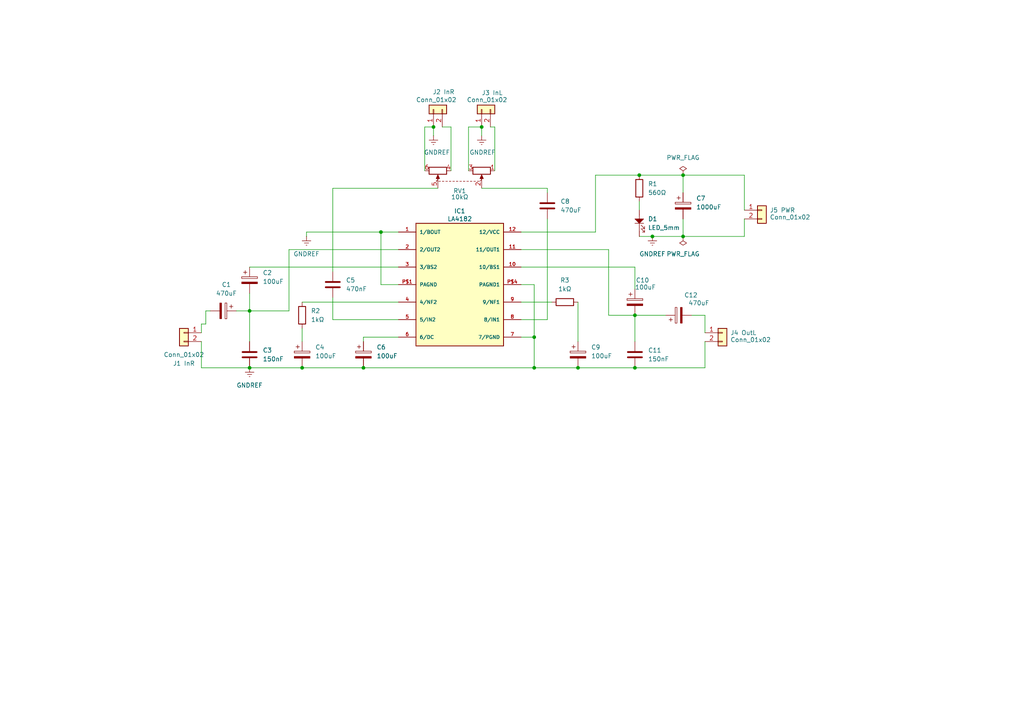
<source format=kicad_sch>
(kicad_sch (version 20250114) (generator "eeschema") (generator_version "9.0")
  (paper "A4")
  (lib_symbols
    (symbol "Connector_Generic:Conn_01x02" (pin_names (offset 1.016) (hide yes))
      (property "Reference" "J" (at 0 2.54 0))
      (property "Value" "Conn_01x02" (at 0 -5.08 0))
      (symbol "Conn_01x02_1_1"
        (rectangle (start -1.27 1.27) (end 1.27 -3.81) (stroke (width 0.254)) (fill (type background)))
        (rectangle (start -1.27 0.127) (end 0 -0.127) (stroke (width 0.1524)))
        (rectangle (start -1.27 -2.413) (end 0 -2.667) (stroke (width 0.1524)))
        (pin passive line (at -5.08 0 0) (length 3.81) (name "Pin_1") (number "1"))
        (pin passive line (at -5.08 -2.54 0) (length 3.81) (name "Pin_2") (number "2"))
      )
    )
    (symbol "Device:C" (pin_numbers (hide yes)) (pin_names (offset 0.254))
      (property "Reference" "C" (at 0.635 2.54 0))
      (property "Value" "C" (at 0.635 -2.54 0))
      (symbol "C_0_1"
        (polyline (pts (xy -2.032 0.762) (xy 2.032 0.762)) (stroke (width 0.508)))
        (polyline (pts (xy -2.032 -0.762) (xy 2.032 -0.762)) (stroke (width 0.508)))
      )
      (symbol "C_1_1"
        (pin passive line (at 0 3.81 270) (length 2.794) (name "~") (number "1"))
        (pin passive line (at 0 -3.81 90) (length 2.794) (name "~") (number "2"))
      )
    )
    (symbol "Device:C_Polarized" (pin_numbers (hide yes)) (pin_names (offset 0.254))
      (property "Reference" "C" (at 0.635 2.54 0))
      (property "Value" "C_Polarized" (at 0.635 -2.54 0))
      (symbol "C_Polarized_0_1"
        (rectangle (start -2.286 0.508) (end 2.286 1.016))
        (polyline (pts (xy -1.778 2.286) (xy -0.762 2.286)))
        (polyline (pts (xy -1.27 2.794) (xy -1.27 1.778)))
        (rectangle (start 2.286 -0.508) (end -2.286 -1.016) (fill (type outline)))
      )
      (symbol "C_Polarized_1_1"
        (pin passive line (at 0 3.81 270) (length 2.794) (name "~") (number "1"))
        (pin passive line (at 0 -3.81 90) (length 2.794) (name "~") (number "2"))
      )
    )
    (symbol "Device:R" (pin_numbers (hide yes)) (pin_names (offset 0))
      (property "Reference" "R" (at 2.032 0 90))
      (property "Value" "R" (at 0 0 90))
      (symbol "R_0_1"
        (rectangle (start -1.016 -2.54) (end 1.016 2.54) (stroke (width 0.254)))
      )
      (symbol "R_1_1"
        (pin passive line (at 0 3.81 270) (length 1.27) (name "~") (number "1"))
        (pin passive line (at 0 -3.81 90) (length 1.27) (name "~") (number "2"))
      )
    )
    (symbol "Device:R_Potentiometer_Dual" (pin_names (offset 1.016) (hide yes))
      (property "Reference" "RV" (at 0 3.81 0))
      (property "Value" "R_Potentiometer_Dual" (at 0 1.905 0))
      (symbol "R_Potentiometer_Dual_0_1"
        (rectangle (start -8.89 -1.524) (end -3.81 -3.556) (stroke (width 0.254)))
        (polyline (pts (xy -6.35 0) (xy -6.35 -1.016)))
        (polyline (pts (xy -6.35 0) (xy -6.35 -1.016)))
        (polyline (pts (xy -6.35 0) (xy -5.842 0.508)))
        (polyline (pts (xy -6.35 -1.397) (xy -6.858 -0.254) (xy -5.842 -0.254) (xy -6.35 -1.397)) (fill (type outline)))
        (polyline (pts (xy -5.588 0.508) (xy -5.08 0.508)))
        (polyline (pts (xy -4.572 0.508) (xy -4.064 0.508)))
        (polyline (pts (xy -3.556 0.508) (xy -3.048 0.508)))
        (polyline (pts (xy -2.54 0.508) (xy -2.032 0.508)))
        (polyline (pts (xy -1.524 0.508) (xy -1.016 0.508)))
        (polyline (pts (xy -0.508 0.508) (xy 0 0.508)))
        (polyline (pts (xy 0.508 0.508) (xy 1.016 0.508)))
        (polyline (pts (xy 1.524 0.508) (xy 2.032 0.508)))
        (polyline (pts (xy 2.54 0.508) (xy 3.048 0.508)))
        (polyline (pts (xy 3.556 0.508) (xy 4.064 0.508)))
        (rectangle (start 3.81 -1.524) (end 8.89 -3.556) (stroke (width 0.254)))
        (polyline (pts (xy 4.572 0.508) (xy 5.08 0.508)))
        (polyline (pts (xy 5.588 0.508) (xy 6.096 0.508)))
        (polyline (pts (xy 6.35 0) (xy 6.35 -1.016)))
        (polyline (pts (xy 6.35 0) (xy 6.35 -1.016)))
        (polyline (pts (xy 6.35 -1.397) (xy 5.842 -0.254) (xy 6.858 -0.254) (xy 6.35 -1.397)) (fill (type outline)))
        (polyline (pts (xy 6.604 0.508) (xy 6.858 0.508) (xy 6.35 0)))
      )
      (symbol "R_Potentiometer_Dual_1_1"
        (pin passive line (at -10.16 -2.54 0) (length 1.27) (name "1") (number "1"))
        (pin passive line (at -6.35 2.54 270) (length 2.54) (name "2") (number "2"))
        (pin passive line (at -2.54 -2.54 180) (length 1.27) (name "3") (number "3"))
        (pin passive line (at 2.54 -2.54 0) (length 1.27) (name "4") (number "4"))
        (pin passive line (at 6.35 2.54 270) (length 2.54) (name "5") (number "5"))
        (pin passive line (at 10.16 -2.54 180) (length 1.27) (name "6") (number "6"))
      )
    )
    (symbol "LA4182:LA4182" (pin_names (offset 1.016))
      (property "Reference" "IC" (at -5.0851 -25.4256 0))
      (property "Value" "LA4182" (at -5.0895 22.9028 0))
      (symbol "LA4182_0_0"
        (rectangle (start -17.78 -12.7) (end 17.78 12.7) (stroke (width 0.254)) (fill (type background)))
        (pin power_in line (at -15.24 17.78 270) (length 5.08) (name "7/PGND") (number "7"))
        (pin bidirectional line (at -15.24 -17.78 90) (length 5.08) (name "6/DC") (number "6"))
        (pin input line (at -10.16 17.78 270) (length 5.08) (name "8/IN1") (number "8"))
        (pin input line (at -10.16 -17.78 90) (length 5.08) (name "5/IN2") (number "5"))
        (pin bidirectional line (at -5.08 17.78 270) (length 5.08) (name "9/NF1") (number "9"))
        (pin bidirectional line (at -5.08 -17.78 90) (length 5.08) (name "4/NF2") (number "4"))
        (pin power_in line (at 0 17.78 270) (length 5.08) (name "PAGND1") (number "P$4"))
        (pin power_in line (at 0 -17.78 90) (length 5.08) (name "PAGND") (number "P$1"))
        (pin bidirectional line (at 5.08 17.78 270) (length 5.08) (name "10/BS1") (number "10"))
        (pin bidirectional line (at 5.08 -17.78 90) (length 5.08) (name "3/BS2") (number "3"))
        (pin output line (at 10.16 17.78 270) (length 5.08) (name "11/OUT1") (number "11"))
        (pin output line (at 10.16 -17.78 90) (length 5.08) (name "2/OUT2") (number "2"))
        (pin power_in line (at 15.24 17.78 270) (length 5.08) (name "12/VCC") (number "12"))
        (pin bidirectional line (at 15.24 -17.78 90) (length 5.08) (name "1/BOUT") (number "1"))
      )
    )
    (symbol "PCM_SL_Devices:LED_5mm"
      (property "Reference" "D" (at -0.508 5.334 0))
      (property "Value" "LED_5mm" (at -0.508 2.794 0))
      (symbol "LED_5mm_0_1"
        (polyline (pts (xy -1.27 0) (xy -2.54 0)))
        (polyline (pts (xy 0 1.27) (xy 0 -1.27)))
        (polyline (pts (xy 0 0) (xy -1.27 -1.27) (xy -1.27 1.27) (xy 0 0) (xy 1.27 0)) (fill (type outline)))
        (polyline (pts (xy 0.508 0.508) (xy 1.524 1.524)))
        (polyline (pts (xy 1.27 0) (xy 2.54 0)))
        (polyline (pts (xy 1.524 1.524) (xy 0.889 1.524)))
        (polyline (pts (xy 1.524 1.524) (xy 1.524 0.889)))
        (polyline (pts (xy 1.524 0.508) (xy 2.54 1.524)))
        (polyline (pts (xy 2.54 1.524) (xy 1.905 1.524)))
        (polyline (pts (xy 2.54 1.524) (xy 2.54 0.889)))
      )
      (symbol "LED_5mm_1_1"
        (pin passive line (at -3.81 0 0) (length 1.5) (name "") (number "2"))
        (pin passive line (at 3.81 0 180) (length 1.5) (name "~") (number "1"))
      )
    )
    (symbol "power:GNDREF" (power) (pin_numbers (hide yes)) (pin_names (offset 0) (hide yes))
      (property "Value" "GNDREF" (at 0 -3.81 0))
      (symbol "GNDREF_0_1"
        (polyline (pts (xy -0.635 -1.905) (xy 0.635 -1.905)))
        (polyline (pts (xy -0.127 -2.54) (xy 0.127 -2.54)))
        (polyline (pts (xy 0 -1.27) (xy 0 0)))
        (polyline (pts (xy 1.27 -1.27) (xy -1.27 -1.27)))
      )
      (symbol "GNDREF_1_1"
        (pin power_in line (at 0 0 270) (length 0) (name "~") (number "1"))
      )
    )
    (symbol "power:PWR_FLAG" (power) (pin_numbers (hide yes)) (pin_names (offset 0) (hide yes))
      (property "Value" "PWR_FLAG" (at 0 3.81 0))
      (symbol "PWR_FLAG_0_0"
        (pin power_out line (at 0 0 90) (length 0) (name "~") (number "1"))
      )
      (symbol "PWR_FLAG_0_1"
        (polyline (pts (xy 0 0) (xy 0 1.27) (xy -1.016 1.905) (xy 0 2.54) (xy 1.016 1.905) (xy 0 1.27)))
      )
    )
  )
  (junction (at 139.7 36.83))
  (junction (at 72.39 90.17))
  (junction (at 189.23 68.58))
  (junction (at 110.49 67.31))
  (junction (at 198.12 68.58))
  (junction (at 154.94 97.79))
  (junction (at 125.73 36.83))
  (junction (at 198.12 50.8))
  (junction (at 72.39 106.68))
  (junction (at 105.41 106.68))
  (junction (at 185.42 50.8))
  (junction (at 184.15 91.44))
  (junction (at 184.15 106.68))
  (junction (at 87.63 106.68))
  (junction (at 167.64 106.68))
  (junction (at 154.94 106.68))
  (wire (pts (xy 143.51 36.83) (xy 143.51 49.53)))
  (wire (pts (xy 198.12 50.8) (xy 198.12 55.88)))
  (wire (pts (xy 139.7 36.83) (xy 135.89 36.83)))
  (wire (pts (xy 115.57 72.39) (xy 83.82 72.39)))
  (wire (pts (xy 139.7 36.83) (xy 139.7 39.37)))
  (wire (pts (xy 184.15 91.44) (xy 193.04 91.44)))
  (wire (pts (xy 87.63 87.63) (xy 115.57 87.63)))
  (wire (pts (xy 154.94 97.79) (xy 151.13 97.79)))
  (wire (pts (xy 87.63 106.68) (xy 105.41 106.68)))
  (wire (pts (xy 72.39 90.17) (xy 72.39 85.09)))
  (wire (pts (xy 125.73 36.83) (xy 125.73 39.37)))
  (wire (pts (xy 158.75 54.61) (xy 158.75 55.88)))
  (wire (pts (xy 215.9 50.8) (xy 215.9 60.96)))
  (wire (pts (xy 151.13 82.55) (xy 154.94 82.55)))
  (wire (pts (xy 139.7 54.61) (xy 158.75 54.61)))
  (wire (pts (xy 110.49 67.31) (xy 88.9 67.31)))
  (wire (pts (xy 185.42 58.42) (xy 185.42 60.96)))
  (wire (pts (xy 154.94 106.68) (xy 105.41 106.68)))
  (wire (pts (xy 172.72 50.8) (xy 185.42 50.8)))
  (wire (pts (xy 58.42 93.98) (xy 58.42 96.52)))
  (wire (pts (xy 151.13 92.71) (xy 158.75 92.71)))
  (wire (pts (xy 83.82 90.17) (xy 72.39 90.17)))
  (wire (pts (xy 59.69 90.17) (xy 59.69 93.98)))
  (wire (pts (xy 151.13 87.63) (xy 160.02 87.63)))
  (wire (pts (xy 200.66 91.44) (xy 204.47 91.44)))
  (wire (pts (xy 185.42 50.8) (xy 198.12 50.8)))
  (wire (pts (xy 105.41 97.79) (xy 115.57 97.79)))
  (wire (pts (xy 115.57 67.31) (xy 110.49 67.31)))
  (wire (pts (xy 151.13 72.39) (xy 176.53 72.39)))
  (wire (pts (xy 128.27 36.83) (xy 130.81 36.83)))
  (wire (pts (xy 158.75 63.5) (xy 158.75 92.71)))
  (wire (pts (xy 184.15 91.44) (xy 184.15 99.06)))
  (wire (pts (xy 123.19 36.83) (xy 123.19 49.53)))
  (wire (pts (xy 204.47 99.06) (xy 204.47 106.68)))
  (wire (pts (xy 59.69 90.17) (xy 60.96 90.17)))
  (wire (pts (xy 96.52 54.61) (xy 127 54.61)))
  (wire (pts (xy 115.57 92.71) (xy 96.52 92.71)))
  (wire (pts (xy 110.49 82.55) (xy 110.49 67.31)))
  (wire (pts (xy 72.39 77.47) (xy 115.57 77.47)))
  (wire (pts (xy 176.53 91.44) (xy 184.15 91.44)))
  (wire (pts (xy 167.64 106.68) (xy 184.15 106.68)))
  (wire (pts (xy 135.89 36.83) (xy 135.89 49.53)))
  (wire (pts (xy 204.47 91.44) (xy 204.47 96.52)))
  (wire (pts (xy 215.9 50.8) (xy 198.12 50.8)))
  (wire (pts (xy 167.64 87.63) (xy 167.64 99.06)))
  (wire (pts (xy 58.42 99.06) (xy 58.42 106.68)))
  (wire (pts (xy 154.94 97.79) (xy 154.94 106.68)))
  (wire (pts (xy 189.23 68.58) (xy 198.12 68.58)))
  (wire (pts (xy 184.15 77.47) (xy 184.15 83.82)))
  (wire (pts (xy 142.24 36.83) (xy 143.51 36.83)))
  (wire (pts (xy 68.58 90.17) (xy 72.39 90.17)))
  (wire (pts (xy 172.72 67.31) (xy 172.72 50.8)))
  (wire (pts (xy 151.13 77.47) (xy 184.15 77.47)))
  (wire (pts (xy 185.42 68.58) (xy 189.23 68.58)))
  (wire (pts (xy 72.39 106.68) (xy 87.63 106.68)))
  (wire (pts (xy 96.52 78.74) (xy 96.52 54.61)))
  (wire (pts (xy 59.69 93.98) (xy 58.42 93.98)))
  (wire (pts (xy 154.94 82.55) (xy 154.94 97.79)))
  (wire (pts (xy 125.73 36.83) (xy 123.19 36.83)))
  (wire (pts (xy 215.9 68.58) (xy 198.12 68.58)))
  (wire (pts (xy 105.41 99.06) (xy 105.41 97.79)))
  (wire (pts (xy 96.52 92.71) (xy 96.52 86.36)))
  (wire (pts (xy 151.13 67.31) (xy 172.72 67.31)))
  (wire (pts (xy 198.12 68.58) (xy 198.12 63.5)))
  (wire (pts (xy 87.63 95.25) (xy 87.63 99.06)))
  (wire (pts (xy 72.39 90.17) (xy 72.39 99.06)))
  (wire (pts (xy 215.9 63.5) (xy 215.9 68.58)))
  (wire (pts (xy 204.47 106.68) (xy 184.15 106.68)))
  (wire (pts (xy 130.81 36.83) (xy 130.81 49.53)))
  (wire (pts (xy 115.57 82.55) (xy 110.49 82.55)))
  (wire (pts (xy 88.9 67.31) (xy 88.9 68.58)))
  (wire (pts (xy 176.53 72.39) (xy 176.53 91.44)))
  (wire (pts (xy 83.82 72.39) (xy 83.82 90.17)))
  (wire (pts (xy 58.42 106.68) (xy 72.39 106.68)))
  (wire (pts (xy 154.94 106.68) (xy 167.64 106.68)))
  (symbol (lib_id "Device:C_Polarized") (at 105.41 102.87 0) (unit 1)
    (property "Reference" "C6" (at 109.22 100.7109 0) (effects (justify left)))
    (property "Value" "100uF" (at 109.22 103.2509 0) (effects (justify left)))
    (property "Footprint" "aavirk:Capacitor_Eletrolítico_5mm" (effects (hide yes)))
    (property "Description" "Polarized capacitor" (effects (hide yes)))
  )
  (symbol (lib_id "Device:C_Polarized") (at 167.64 102.87 0) (unit 1)
    (property "Reference" "C9" (at 171.45 100.7109 0) (effects (justify left)))
    (property "Value" "100uF" (at 171.45 103.2509 0) (effects (justify left)))
    (property "Footprint" "aavirk:Capacitor_Eletrolítico_5mm" (effects (hide yes)))
    (property "Description" "Polarized capacitor" (effects (hide yes)))
  )
  (symbol (lib_id "Connector_Generic:Conn_01x02") (at 220.98 60.96 0) (unit 1)
    (property "Reference" "J5 PWR" (at 223.266 60.96 0) (effects (justify left)))
    (property "Value" "Conn_01x02" (at 223.266 62.992 0) (effects (justify left)))
    (property "Footprint" "aavirk:Conector KRE" (effects (hide yes)))
    (property "Description" "Generic connector, single row, 01x02, script generated (kicad-library-utils/schlib/autogen/connector/)" (effects (hide yes)))
  )
  (symbol (lib_id "power:GNDREF") (at 88.9 68.58 0) (unit 1)
    (property "Reference" "#PWR01" (effects (hide yes)))
    (property "Value" "GNDREF" (at 88.9 73.66 0))
    (property "Description" "Power symbol creates a global label with name \"GNDREF\" , reference supply ground" (effects (hide yes)))
  )
  (symbol (lib_id "Connector_Generic:Conn_01x02") (at 53.34 96.52 0) (mirror y) (unit 1)
    (property "Reference" "J1 InR" (at 53.34 105.41 0))
    (property "Value" "Conn_01x02" (at 53.34 102.87 0))
    (property "Footprint" "aavirk:Conector KRE" (effects (hide yes)))
    (property "Description" "Generic connector, single row, 01x02, script generated (kicad-library-utils/schlib/autogen/connector/)" (effects (hide yes)))
  )
  (symbol (lib_id "Device:R") (at 87.63 91.44 0) (unit 1)
    (property "Reference" "R2" (at 90.17 90.1699 0) (effects (justify left)))
    (property "Value" "1kΩ" (at 90.17 92.7099 0) (effects (justify left)))
    (property "Footprint" "aavirk:Resistor_1_4W" (effects (hide yes)))
    (property "Description" "Resistor" (effects (hide yes)))
  )
  (symbol (lib_id "power:GNDREF") (at 189.23 68.58 0) (unit 1)
    (property "Reference" "#PWR05" (effects (hide yes)))
    (property "Value" "GNDREF" (at 189.23 73.66 0))
    (property "Description" "Power symbol creates a global label with name \"GNDREF\" , reference supply ground" (effects (hide yes)))
  )
  (symbol (lib_id "Device:C_Polarized") (at 198.12 59.69 0) (unit 1)
    (property "Reference" "C7" (at 201.93 57.5309 0) (effects (justify left)))
    (property "Value" "1000uF" (at 201.93 60.0709 0) (effects (justify left)))
    (property "Footprint" "aavirk:Capacitor_Eletrolítico_10mm" (effects (hide yes)))
    (property "Description" "Polarized capacitor" (effects (hide yes)))
  )
  (symbol (lib_id "Connector_Generic:Conn_01x02") (at 209.55 96.52 0) (unit 1)
    (property "Reference" "J4 OutL" (at 211.836 96.52 0) (effects (justify left)))
    (property "Value" "Conn_01x02" (at 211.836 98.552 0) (effects (justify left)))
    (property "Footprint" "aavirk:Conector KRE" (effects (hide yes)))
    (property "Description" "Generic connector, single row, 01x02, script generated (kicad-library-utils/schlib/autogen/connector/)" (effects (hide yes)))
  )
  (symbol (lib_id "Device:C_Polarized") (at 196.85 91.44 90) (unit 1)
    (property "Reference" "C12" (at 200.406 85.598 90))
    (property "Value" "470uF" (at 202.692 87.884 90))
    (property "Footprint" "aavirk:Capacitor_Eletrolítico_7.5mm" (effects (hide yes)))
    (property "Description" "Polarized capacitor" (effects (hide yes)))
  )
  (symbol (lib_id "Device:R") (at 163.83 87.63 90) (unit 1)
    (property "Reference" "R3" (at 163.83 81.28 90))
    (property "Value" "1kΩ" (at 163.83 83.82 90))
    (property "Footprint" "aavirk:Resistor_1_4W" (effects (hide yes)))
    (property "Description" "Resistor" (effects (hide yes)))
  )
  (symbol (lib_id "Device:C_Polarized") (at 64.77 90.17 270) (unit 1)
    (property "Reference" "C1" (at 65.659 82.55 90))
    (property "Value" "470uF" (at 65.659 85.09 90))
    (property "Footprint" "aavirk:Capacitor_Eletrolítico_7.5mm" (effects (hide yes)))
    (property "Description" "Polarized capacitor" (effects (hide yes)))
  )
  (symbol (lib_id "power:PWR_FLAG") (at 198.12 50.8 0) (unit 1)
    (property "Reference" "#FLG01" (effects (hide yes)))
    (property "Value" "PWR_FLAG" (at 198.12 45.72 0))
    (property "Description" "Special symbol for telling ERC where power comes from" (effects (hide yes)))
  )
  (symbol (lib_id "Device:C") (at 158.75 59.69 0) (unit 1)
    (property "Reference" "C8" (at 162.56 58.4199 0) (effects (justify left)))
    (property "Value" "470uF" (at 162.56 60.9599 0) (effects (justify left)))
    (property "Footprint" "aavirk:Capacitor_Poliesterg" (effects (hide yes)))
    (property "Description" "Unpolarized capacitor" (effects (hide yes)))
  )
  (symbol (lib_id "Device:C_Polarized") (at 72.39 81.28 0) (unit 1)
    (property "Reference" "C2" (at 76.2 79.1209 0) (effects (justify left)))
    (property "Value" "100uF" (at 76.2 81.6609 0) (effects (justify left)))
    (property "Footprint" "aavirk:Capacitor_Eletrolítico_5mm" (effects (hide yes)))
    (property "Description" "Polarized capacitor" (effects (hide yes)))
  )
  (symbol (lib_id "power:PWR_FLAG") (at 198.12 68.58 180) (unit 1)
    (property "Reference" "#FLG02" (effects (hide yes)))
    (property "Value" "PWR_FLAG" (at 198.12 73.66 0))
    (property "Description" "Special symbol for telling ERC where power comes from" (effects (hide yes)))
  )
  (symbol (lib_id "Device:C") (at 72.39 102.87 0) (unit 1)
    (property "Reference" "C3" (at 76.2 101.5999 0) (effects (justify left)))
    (property "Value" "150nF" (at 76.2 104.1399 0) (effects (justify left)))
    (property "Footprint" "aavirk:Capacitor_Poliesterp" (effects (hide yes)))
    (property "Description" "Unpolarized capacitor" (effects (hide yes)))
  )
  (symbol (lib_id "Connector_Generic:Conn_01x02") (at 125.73 31.75 90) (unit 1)
    (property "Reference" "J2 InR" (at 125.476 26.67 90) (effects (justify right)))
    (property "Value" "Conn_01x02" (at 120.65 28.956 90) (effects (justify right)))
    (property "Footprint" "aavirk:Conector KRE" (effects (hide yes)))
    (property "Description" "Generic connector, single row, 01x02, script generated (kicad-library-utils/schlib/autogen/connector/)" (effects (hide yes)))
  )
  (symbol (lib_id "LA4182:LA4182") (at 133.35 82.55 270) (mirror x) (unit 1)
    (property "Reference" "IC1" (at 133.35 61.214 90))
    (property "Value" "LA4182" (at 133.35 63.5 90))
    (property "Footprint" "aavirk:Circuito integrado" (effects (hide yes)))
    (property "MF" "Not Specified" (effects (hide yes)))
    (property "Description_1" "CILA 4182 AMPLI STÉRÉO 2X2.3W (9V 4OHMS)" (effects (hide yes)))
    (property "Package" "None" (effects (hide yes)))
    (property "Price" "None" (effects (hide yes)))
    (property "MP" "LA4182" (effects (hide yes)))
    (property "Availability" "Not in stock" (effects (hide yes)))
  )
  (symbol (lib_id "power:GNDREF") (at 125.73 39.37 0) (unit 1)
    (property "Reference" "#PWR03" (effects (hide yes)))
    (property "Value" "GNDREF" (at 126.746 44.196 0))
    (property "Description" "Power symbol creates a global label with name \"GNDREF\" , reference supply ground" (effects (hide yes)))
  )
  (symbol (lib_id "Device:C") (at 96.52 82.55 0) (unit 1)
    (property "Reference" "C5" (at 100.33 81.2799 0) (effects (justify left)))
    (property "Value" "470nF" (at 100.33 83.8199 0) (effects (justify left)))
    (property "Footprint" "aavirk:Capacitor_Poliesterg" (effects (hide yes)))
    (property "Description" "Unpolarized capacitor" (effects (hide yes)))
  )
  (symbol (lib_id "Connector_Generic:Conn_01x02") (at 139.7 31.75 90) (unit 1)
    (property "Reference" "J3 InL" (at 139.7 26.924 90) (effects (justify right)))
    (property "Value" "Conn_01x02" (at 135.382 28.956 90) (effects (justify right)))
    (property "Footprint" "aavirk:Conector KRE" (effects (hide yes)))
    (property "Description" "Generic connector, single row, 01x02, script generated (kicad-library-utils/schlib/autogen/connector/)" (effects (hide yes)))
  )
  (symbol (lib_id "Device:R") (at 185.42 54.61 0) (unit 1)
    (property "Reference" "R1" (at 187.96 53.3399 0) (effects (justify left)))
    (property "Value" "560Ω" (at 187.96 55.8799 0) (effects (justify left)))
    (property "Footprint" "aavirk:Resistor_220_1_4W" (effects (hide yes)))
    (property "Description" "Resistor" (effects (hide yes)))
  )
  (symbol (lib_id "Device:C_Polarized") (at 87.63 102.87 0) (unit 1)
    (property "Reference" "C4" (at 91.44 100.7109 0) (effects (justify left)))
    (property "Value" "100uF" (at 91.44 103.2509 0) (effects (justify left)))
    (property "Footprint" "aavirk:Capacitor_Eletrolítico_5mm" (effects (hide yes)))
    (property "Description" "Polarized capacitor" (effects (hide yes)))
  )
  (symbol (lib_id "Device:C_Polarized") (at 184.15 87.63 0) (unit 1)
    (property "Reference" "C10" (at 184.404 81.28 0) (effects (justify left)))
    (property "Value" "100uF" (at 184.15 83.312 0) (effects (justify left)))
    (property "Footprint" "aavirk:Capacitor_Eletrolítico_5mm" (effects (hide yes)))
    (property "Description" "Polarized capacitor" (effects (hide yes)))
  )
  (symbol (lib_id "power:GNDREF") (at 72.39 106.68 0) (unit 1)
    (property "Reference" "#PWR02" (effects (hide yes)))
    (property "Value" "GNDREF" (at 72.39 111.76 0))
    (property "Description" "Power symbol creates a global label with name \"GNDREF\" , reference supply ground" (effects (hide yes)))
  )
  (symbol (lib_id "Device:R_Potentiometer_Dual") (at 133.35 52.07 180) (unit 1)
    (property "Reference" "RV1" (at 133.35 55.372 0))
    (property "Value" "10kΩ" (at 133.35 57.15 0))
    (property "Footprint" "aavirk:Potenciometro_dual" (effects (hide yes)))
    (property "Description" "Dual potentiometer" (effects (hide yes)))
  )
  (symbol (lib_id "power:GNDREF") (at 139.7 39.37 0) (unit 1)
    (property "Reference" "#PWR04" (effects (hide yes)))
    (property "Value" "GNDREF" (at 139.954 44.196 0))
    (property "Description" "Power symbol creates a global label with name \"GNDREF\" , reference supply ground" (effects (hide yes)))
  )
  (symbol (lib_id "PCM_SL_Devices:LED_5mm") (at 185.42 64.77 270) (unit 1)
    (property "Reference" "D1" (at 187.96 63.4999 90) (effects (justify left)))
    (property "Value" "LED_5mm" (at 187.96 66.0399 90) (effects (justify left)))
    (property "Footprint" "aavirk:Led_5mm" (effects (hide yes)))
    (property "Description" "Common 5mm diameter LED" (effects (hide yes)))
  )
  (symbol (lib_id "Device:C") (at 184.15 102.87 0) (unit 1)
    (property "Reference" "C11" (at 187.96 101.5999 0) (effects (justify left)))
    (property "Value" "150nF" (at 187.96 104.1399 0) (effects (justify left)))
    (property "Footprint" "aavirk:Capacitor_Poliesterp" (effects (hide yes)))
    (property "Description" "Unpolarized capacitor" (effects (hide yes)))
  )
)
</source>
